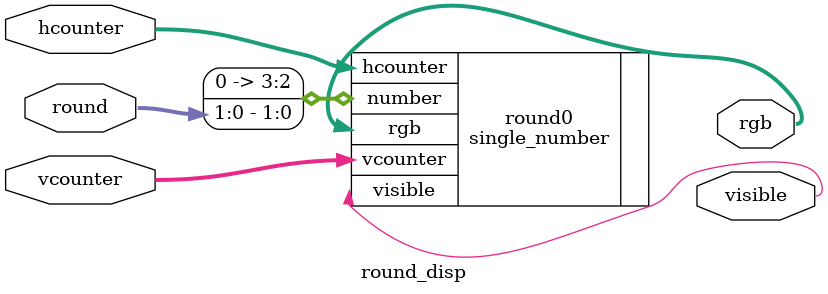
<source format=v>
module round_disp
#(
    parameter H_POS = 10'd40,
    parameter V_POS = 10'd80
)
(
    input  wire [1:0] round,
    input  wire [9:0] hcounter,
    input  wire [9:0] vcounter,
    output wire visible,
    output wire [23:0] rgb
);

    single_number #(
        .H_POS(H_POS),
        .V_POS(V_POS),
        .COLOR(24'h00ff00)
    ) round0 (
        .number({2'b0, round}),
        .hcounter(hcounter),
        .vcounter(vcounter),
        .visible(visible),
        .rgb(rgb)
    );
endmodule

</source>
